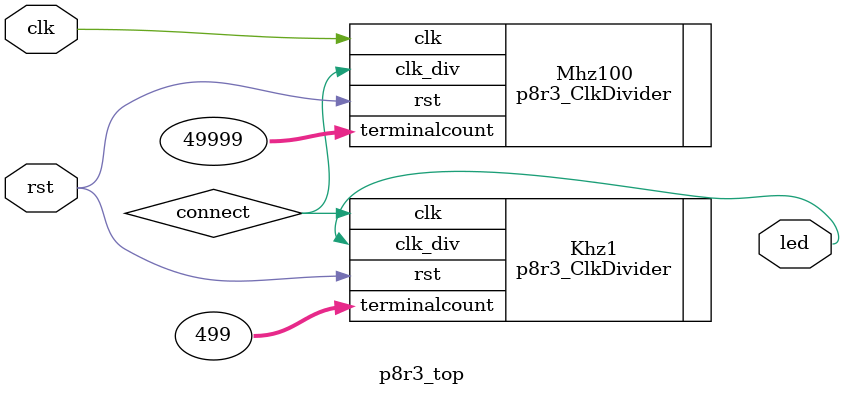
<source format=v>
`timescale 1ns / 1ps


module p8r3_top(
    input clk,rst,
    output led
    );
    wire connect;
    p8r3_ClkDivider Mhz100 (.clk(clk),.terminalcount(50000-1),.rst(rst),.clk_div(connect));
    p8r3_ClkDivider Khz1 (.clk(connect),.terminalcount(500-1),.rst(rst),.clk_div(led));
endmodule

</source>
